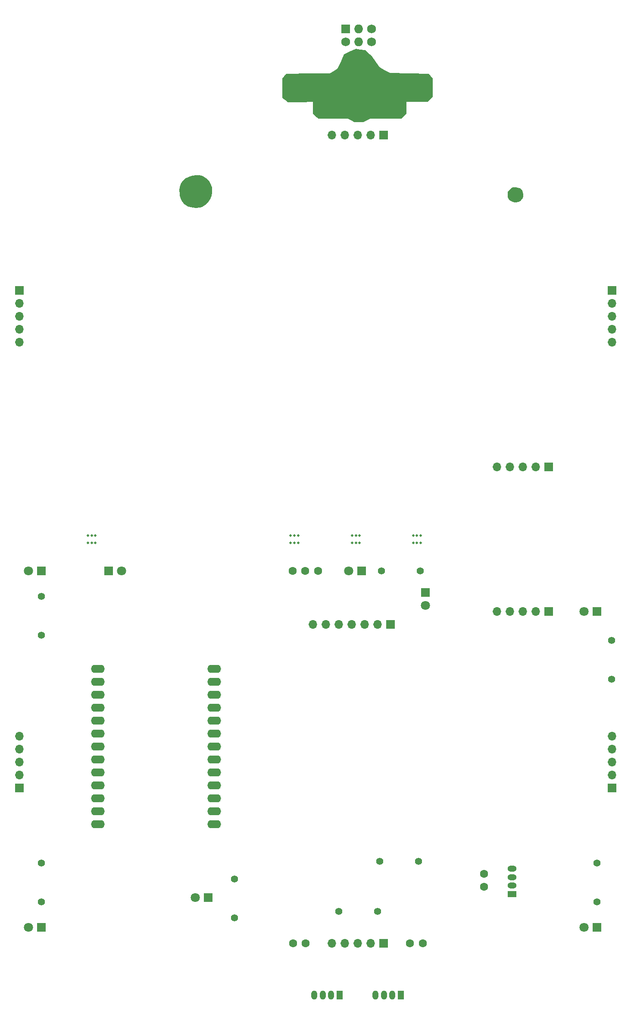
<source format=gbs>
G04 #@! TF.GenerationSoftware,KiCad,Pcbnew,7.0.10*
G04 #@! TF.CreationDate,2024-04-01T20:39:50-05:00*
G04 #@! TF.ProjectId,camera_badge,63616d65-7261-45f6-9261-6467652e6b69,1*
G04 #@! TF.SameCoordinates,Original*
G04 #@! TF.FileFunction,Soldermask,Bot*
G04 #@! TF.FilePolarity,Negative*
%FSLAX46Y46*%
G04 Gerber Fmt 4.6, Leading zero omitted, Abs format (unit mm)*
G04 Created by KiCad (PCBNEW 7.0.10) date 2024-04-01 20:39:50*
%MOMM*%
%LPD*%
G01*
G04 APERTURE LIST*
%ADD10C,1.400000*%
%ADD11R,1.700000X1.700000*%
%ADD12O,1.700000X1.700000*%
%ADD13C,1.600000*%
%ADD14O,2.700000X1.600000*%
%ADD15R,1.800000X1.800000*%
%ADD16C,1.800000*%
%ADD17R,1.150000X1.800000*%
%ADD18O,1.150000X1.800000*%
%ADD19R,1.800000X1.150000*%
%ADD20O,1.800000X1.150000*%
%ADD21R,1.727200X1.727200*%
%ADD22C,1.727200*%
%ADD23O,1.727200X1.727200*%
%ADD24C,0.500000*%
G04 APERTURE END LIST*
G36*
X139525908Y-54732759D02*
G01*
X139922029Y-54803544D01*
X140287008Y-54938628D01*
X140584148Y-55122569D01*
X140691454Y-55223183D01*
X140839252Y-55467182D01*
X140930696Y-55787552D01*
X140964734Y-56148774D01*
X140940317Y-56515324D01*
X140856396Y-56851682D01*
X140746171Y-57074461D01*
X140589061Y-57281497D01*
X140418684Y-57425741D01*
X140194838Y-57534808D01*
X139965285Y-57610847D01*
X139600389Y-57690153D01*
X139273235Y-57690585D01*
X139060934Y-57651515D01*
X138762398Y-57543463D01*
X138465521Y-57378232D01*
X138228640Y-57188867D01*
X138210354Y-57169720D01*
X138037415Y-56914805D01*
X137939599Y-56595995D01*
X137911868Y-56194284D01*
X137916194Y-56059995D01*
X137934229Y-55812254D01*
X137968757Y-55642057D01*
X138036198Y-55502133D01*
X138152976Y-55345211D01*
X138173080Y-55320557D01*
X138430448Y-55072382D01*
X138737931Y-54873256D01*
X138752606Y-54865966D01*
X138959475Y-54773536D01*
X139130873Y-54728094D01*
X139323924Y-54719800D01*
X139525908Y-54732759D01*
G37*
G36*
X77276933Y-52365023D02*
G01*
X77815464Y-52477788D01*
X78307527Y-52700300D01*
X78438875Y-52783129D01*
X78931365Y-53185287D01*
X79328372Y-53659439D01*
X79623675Y-54192560D01*
X79811052Y-54771628D01*
X79884280Y-55383618D01*
X79869290Y-55777324D01*
X79749838Y-56440699D01*
X79528643Y-57032153D01*
X79204720Y-57553432D01*
X78777083Y-58006282D01*
X78480202Y-58238932D01*
X78209904Y-58420418D01*
X77986484Y-58543321D01*
X77761519Y-58629657D01*
X77486583Y-58701443D01*
X77439854Y-58711916D01*
X77150949Y-58773229D01*
X76930920Y-58808425D01*
X76737036Y-58818371D01*
X76526565Y-58803935D01*
X76256776Y-58765985D01*
X76091401Y-58739301D01*
X75657175Y-58658398D01*
X75316395Y-58568289D01*
X75037733Y-58456453D01*
X74789866Y-58310365D01*
X74546308Y-58121617D01*
X74213155Y-57809516D01*
X73957648Y-57493989D01*
X73765977Y-57147770D01*
X73624330Y-56743593D01*
X73518898Y-56254191D01*
X73482868Y-56022120D01*
X73430828Y-55338900D01*
X73480132Y-54727340D01*
X73631786Y-54186035D01*
X73886799Y-53713583D01*
X74246179Y-53308580D01*
X74710934Y-52969624D01*
X75282073Y-52695310D01*
X75960603Y-52484236D01*
X76037869Y-52465743D01*
X76686284Y-52361257D01*
X77276933Y-52365023D01*
G37*
G36*
X109007309Y-27708650D02*
G01*
X109886435Y-27840190D01*
X110489644Y-28328424D01*
X110690495Y-28494092D01*
X110859735Y-28644157D01*
X111012901Y-28796868D01*
X111165533Y-28970476D01*
X111333170Y-29183230D01*
X111531352Y-29453381D01*
X111775617Y-29799179D01*
X111927639Y-30017297D01*
X112762425Y-31217936D01*
X113786768Y-31789578D01*
X114811112Y-32361220D01*
X118604573Y-32428287D01*
X122398035Y-32495354D01*
X122801757Y-32936310D01*
X123205479Y-33377266D01*
X123185699Y-35165949D01*
X123165918Y-36954632D01*
X122696297Y-37471910D01*
X122226676Y-37989189D01*
X120143682Y-37989189D01*
X118060688Y-37989189D01*
X118060688Y-39169531D01*
X118060688Y-40349873D01*
X117551048Y-40823339D01*
X117041407Y-41296806D01*
X114003034Y-41296806D01*
X110964661Y-41296806D01*
X110265281Y-41640049D01*
X109565902Y-41983292D01*
X108680248Y-41980347D01*
X107794595Y-41977401D01*
X107170516Y-41619948D01*
X106546438Y-41262495D01*
X103675676Y-41298090D01*
X100804914Y-41333684D01*
X100617691Y-41193076D01*
X100478730Y-41081380D01*
X100287313Y-40918301D01*
X100082578Y-40737248D01*
X100063101Y-40719642D01*
X99695735Y-40386816D01*
X99664749Y-39203605D01*
X99633762Y-38020393D01*
X97192557Y-38038796D01*
X94751352Y-38057199D01*
X94208891Y-37664349D01*
X93666430Y-37271498D01*
X93662822Y-35351446D01*
X93659214Y-33431393D01*
X94018059Y-32973454D01*
X94376905Y-32515516D01*
X95119995Y-32475202D01*
X95323668Y-32467579D01*
X95637712Y-32460392D01*
X96047683Y-32453780D01*
X96539137Y-32447883D01*
X97097629Y-32442840D01*
X97708715Y-32438790D01*
X98357950Y-32435874D01*
X99030891Y-32434231D01*
X99394934Y-32433922D01*
X102926782Y-32432956D01*
X103706880Y-31971903D01*
X104486978Y-31510850D01*
X105142261Y-30090228D01*
X105797543Y-28669606D01*
X106962863Y-28123358D01*
X108128183Y-27577110D01*
X109007309Y-27708650D01*
G37*
D10*
X46300000Y-135000000D03*
X46300000Y-142620000D03*
D11*
X146000000Y-138000000D03*
D12*
X143460000Y-138000000D03*
X140920000Y-138000000D03*
X138380000Y-138000000D03*
X135840000Y-138000000D03*
D11*
X113575000Y-44475000D03*
D12*
X111035000Y-44475000D03*
X108495000Y-44475000D03*
X105955000Y-44475000D03*
X103415000Y-44475000D03*
D13*
X133250000Y-192000000D03*
X133250000Y-189500000D03*
D11*
X158400000Y-172600000D03*
D12*
X158400000Y-170060000D03*
X158400000Y-167520000D03*
X158400000Y-164980000D03*
X158400000Y-162440000D03*
D10*
X84250000Y-198060000D03*
X84250000Y-190440000D03*
X158300000Y-143690000D03*
X158300000Y-151310000D03*
D14*
X80300000Y-156880000D03*
X80300000Y-154340000D03*
X80300000Y-179740000D03*
X80300000Y-159420000D03*
X80300000Y-167040000D03*
X57440000Y-151800000D03*
X80300000Y-149260000D03*
X57440000Y-154340000D03*
X80300000Y-151800000D03*
X80300000Y-161960000D03*
X80300000Y-164500000D03*
X80300000Y-169580000D03*
X80300000Y-174660000D03*
X80300000Y-177200000D03*
X80300000Y-172120000D03*
X57440000Y-161960000D03*
X57440000Y-159420000D03*
X57440000Y-156880000D03*
X57440000Y-167040000D03*
X57440000Y-164500000D03*
X57440000Y-172120000D03*
X57440000Y-169580000D03*
X57440000Y-179740000D03*
X57440000Y-177200000D03*
X57440000Y-174660000D03*
X57440000Y-149260000D03*
D15*
X46300000Y-130000000D03*
D16*
X43760000Y-130000000D03*
D15*
X121725000Y-134225000D03*
D16*
X121725000Y-136765000D03*
D17*
X104900000Y-213240000D03*
D18*
X103250000Y-213240000D03*
X101600000Y-213240000D03*
X99950000Y-213240000D03*
D11*
X42000000Y-75000000D03*
D12*
X42000000Y-77540000D03*
X42000000Y-80080000D03*
X42000000Y-82620000D03*
X42000000Y-85160000D03*
D11*
X146000000Y-109600000D03*
D12*
X143460000Y-109600000D03*
X140920000Y-109600000D03*
X138380000Y-109600000D03*
X135840000Y-109600000D03*
D15*
X155500000Y-138000000D03*
D16*
X152960000Y-138000000D03*
D19*
X138750000Y-193400000D03*
D20*
X138750000Y-191750000D03*
X138750000Y-190100000D03*
X138750000Y-188450000D03*
D13*
X98250000Y-203125000D03*
X95750000Y-203125000D03*
D15*
X155500000Y-200000000D03*
D16*
X152960000Y-200000000D03*
D10*
X155500000Y-195000000D03*
X155500000Y-187380000D03*
D11*
X158400000Y-75000000D03*
D12*
X158400000Y-77540000D03*
X158400000Y-80080000D03*
X158400000Y-82620000D03*
X158400000Y-85160000D03*
D10*
X113130000Y-130000000D03*
X120750000Y-130000000D03*
D21*
X106120000Y-23650000D03*
D22*
X106120000Y-26190000D03*
D23*
X108660000Y-23650000D03*
X108660000Y-26190000D03*
D22*
X111200000Y-23650000D03*
X111200000Y-26190000D03*
D13*
X95650000Y-130000000D03*
X98150000Y-130000000D03*
X100650000Y-130000000D03*
D15*
X109200000Y-130000000D03*
D16*
X106660000Y-130000000D03*
D11*
X42000000Y-172600000D03*
D12*
X42000000Y-170060000D03*
X42000000Y-167520000D03*
X42000000Y-164980000D03*
X42000000Y-162440000D03*
D24*
X55450000Y-123050000D03*
X55450000Y-124550000D03*
X56200000Y-123050000D03*
X56200000Y-124550000D03*
X56950000Y-123050000D03*
X56950000Y-124550000D03*
X95300000Y-123050000D03*
X95300000Y-124550000D03*
X96050000Y-123050000D03*
X96050000Y-124550000D03*
X96800000Y-123050000D03*
X96800000Y-124550000D03*
X107350000Y-123050000D03*
X107350000Y-124550000D03*
X108100000Y-123050000D03*
X108100000Y-124550000D03*
X108850000Y-123050000D03*
X108850000Y-124550000D03*
X119350000Y-123050000D03*
X119350000Y-124550000D03*
X120100000Y-123050000D03*
X120100000Y-124550000D03*
X120850000Y-123050000D03*
X120850000Y-124550000D03*
D15*
X46300000Y-200000000D03*
D16*
X43760000Y-200000000D03*
D15*
X79075000Y-194100000D03*
D16*
X76535000Y-194100000D03*
D10*
X104780000Y-196800000D03*
X112400000Y-196800000D03*
X46300000Y-195000000D03*
X46300000Y-187380000D03*
X120400000Y-187000000D03*
X112780000Y-187000000D03*
D11*
X114870000Y-140560000D03*
D12*
X112330000Y-140560000D03*
X109790000Y-140560000D03*
X107250000Y-140560000D03*
X104710000Y-140560000D03*
X102170000Y-140560000D03*
X99630000Y-140560000D03*
D11*
X113575000Y-203125000D03*
D12*
X111035000Y-203125000D03*
X108495000Y-203125000D03*
X105955000Y-203125000D03*
X103415000Y-203125000D03*
D13*
X121250000Y-203125000D03*
X118750000Y-203125000D03*
D15*
X59500000Y-130000000D03*
D16*
X62040000Y-130000000D03*
D17*
X116900000Y-213240000D03*
D18*
X115250000Y-213240000D03*
X113600000Y-213240000D03*
X111950000Y-213240000D03*
M02*

</source>
